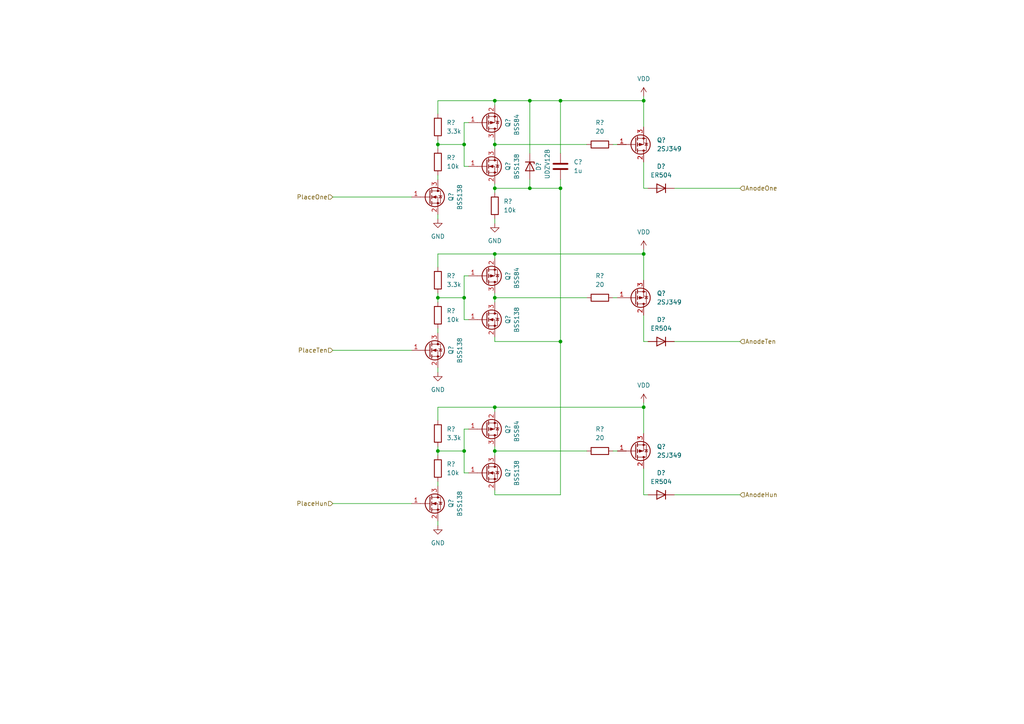
<source format=kicad_sch>
(kicad_sch (version 20211123) (generator eeschema)
  (paper "A4")
  (lib_symbols
    (symbol "Device:C" (pin_numbers hide) (pin_names (offset 0.254))
      (property "Reference" "C" (at 0.635 2.54 0))
      (property "Value" "C" (at 0.635 -2.54 0))
      (symbol "C_0_1"
        (polyline (pts (xy -2.032 -0.762) (xy 2.032 -0.762)) (stroke (width 0.508)))
        (polyline (pts (xy -2.032 0.762) (xy 2.032 0.762)) (stroke (width 0.508)))
      )
      (symbol "C_1_1"
        (pin passive line (at 0 3.81 270) (length 2.794) (name "~") (number "1"))
        (pin passive line (at 0 -3.81 90) (length 2.794) (name "~") (number "2"))
      )
    )
    (symbol "Device:D" (pin_numbers hide) (pin_names (offset 1.016) hide)
      (property "Reference" "D" (at 0 2.54 0))
      (property "Value" "D" (at 0 -2.54 0))
      (symbol "D_0_1"
        (polyline (pts (xy -1.27 1.27) (xy -1.27 -1.27)) (stroke (width 0.254)))
        (polyline (pts (xy 1.27 0) (xy -1.27 0)))
        (polyline (pts (xy 1.27 1.27) (xy 1.27 -1.27) (xy -1.27 0) (xy 1.27 1.27)) (stroke (width 0.254)))
      )
      (symbol "D_1_1"
        (pin passive line (at -3.81 0 0) (length 2.54) (name "K") (number "1"))
        (pin passive line (at 3.81 0 180) (length 2.54) (name "A") (number "2"))
      )
    )
    (symbol "Device:D_Zener" (pin_numbers hide) (pin_names (offset 1.016) hide)
      (property "Reference" "D" (at 0 2.54 0))
      (property "Value" "D_Zener" (at 0 -2.54 0))
      (symbol "D_Zener_0_1"
        (polyline (pts (xy 1.27 0) (xy -1.27 0)))
        (polyline (pts (xy -1.27 -1.27) (xy -1.27 1.27) (xy -0.762 1.27)) (stroke (width 0.254)))
        (polyline (pts (xy 1.27 -1.27) (xy 1.27 1.27) (xy -1.27 0) (xy 1.27 -1.27)) (stroke (width 0.254)))
      )
      (symbol "D_Zener_1_1"
        (pin passive line (at -3.81 0 0) (length 2.54) (name "K") (number "1"))
        (pin passive line (at 3.81 0 180) (length 2.54) (name "A") (number "2"))
      )
    )
    (symbol "Device:Q_NMOS_GSD" (pin_names (offset 0) hide)
      (property "Reference" "Q" (at 5.08 1.27 0))
      (property "Value" "Q_NMOS_GSD" (at 5.08 -1.27 0))
      (symbol "Q_NMOS_GSD_0_1"
        (polyline (pts (xy 0.254 0) (xy -2.54 0)))
        (polyline (pts (xy 0.254 1.905) (xy 0.254 -1.905)) (stroke (width 0.254)))
        (polyline (pts (xy 0.762 -1.27) (xy 0.762 -2.286)) (stroke (width 0.254)))
        (polyline (pts (xy 0.762 0.508) (xy 0.762 -0.508)) (stroke (width 0.254)))
        (polyline (pts (xy 0.762 2.286) (xy 0.762 1.27)) (stroke (width 0.254)))
        (polyline (pts (xy 2.54 2.54) (xy 2.54 1.778)))
        (polyline (pts (xy 2.54 -2.54) (xy 2.54 0) (xy 0.762 0)))
        (polyline (pts (xy 0.762 -1.778) (xy 3.302 -1.778) (xy 3.302 1.778) (xy 0.762 1.778)))
        (polyline (pts (xy 1.016 0) (xy 2.032 0.381) (xy 2.032 -0.381) (xy 1.016 0)) (fill (type outline)))
        (polyline (pts (xy 2.794 0.508) (xy 2.921 0.381) (xy 3.683 0.381) (xy 3.81 0.254)))
        (polyline (pts (xy 3.302 0.381) (xy 2.921 -0.254) (xy 3.683 -0.254) (xy 3.302 0.381)))
        (circle (center 1.651 0) (radius 2.794) (stroke (width 0.254)))
        (circle (center 2.54 -1.778) (radius 0.254) (fill (type outline)))
        (circle (center 2.54 1.778) (radius 0.254) (fill (type outline)))
      )
      (symbol "Q_NMOS_GSD_1_1"
        (pin input line (at -5.08 0 0) (length 2.54) (name "G") (number "1"))
        (pin passive line (at 2.54 -5.08 90) (length 2.54) (name "S") (number "2"))
        (pin passive line (at 2.54 5.08 270) (length 2.54) (name "D") (number "3"))
      )
    )
    (symbol "Device:Q_PMOS_GDS" (pin_names (offset 0) hide)
      (property "Reference" "Q" (at 5.08 1.27 0))
      (property "Value" "Q_PMOS_GDS" (at 5.08 -1.27 0))
      (symbol "Q_PMOS_GDS_0_1"
        (polyline (pts (xy 0.254 0) (xy -2.54 0)))
        (polyline (pts (xy 0.254 1.905) (xy 0.254 -1.905)) (stroke (width 0.254)))
        (polyline (pts (xy 0.762 -1.27) (xy 0.762 -2.286)) (stroke (width 0.254)))
        (polyline (pts (xy 0.762 0.508) (xy 0.762 -0.508)) (stroke (width 0.254)))
        (polyline (pts (xy 0.762 2.286) (xy 0.762 1.27)) (stroke (width 0.254)))
        (polyline (pts (xy 2.54 2.54) (xy 2.54 1.778)))
        (polyline (pts (xy 2.54 -2.54) (xy 2.54 0) (xy 0.762 0)))
        (polyline (pts (xy 0.762 1.778) (xy 3.302 1.778) (xy 3.302 -1.778) (xy 0.762 -1.778)))
        (polyline (pts (xy 2.286 0) (xy 1.27 0.381) (xy 1.27 -0.381) (xy 2.286 0)) (fill (type outline)))
        (polyline (pts (xy 2.794 -0.508) (xy 2.921 -0.381) (xy 3.683 -0.381) (xy 3.81 -0.254)))
        (polyline (pts (xy 3.302 -0.381) (xy 2.921 0.254) (xy 3.683 0.254) (xy 3.302 -0.381)))
        (circle (center 1.651 0) (radius 2.794) (stroke (width 0.254)))
        (circle (center 2.54 -1.778) (radius 0.254) (fill (type outline)))
        (circle (center 2.54 1.778) (radius 0.254) (fill (type outline)))
      )
      (symbol "Q_PMOS_GDS_1_1"
        (pin input line (at -5.08 0 0) (length 2.54) (name "G") (number "1"))
        (pin passive line (at 2.54 5.08 270) (length 2.54) (name "D") (number "2"))
        (pin passive line (at 2.54 -5.08 90) (length 2.54) (name "S") (number "3"))
      )
    )
    (symbol "Device:Q_PMOS_GSD" (pin_names (offset 0) hide)
      (property "Reference" "Q" (at 5.08 1.27 0))
      (property "Value" "Q_PMOS_GSD" (at 5.08 -1.27 0))
      (symbol "Q_PMOS_GSD_0_1"
        (polyline (pts (xy 0.254 0) (xy -2.54 0)))
        (polyline (pts (xy 0.254 1.905) (xy 0.254 -1.905)) (stroke (width 0.254)))
        (polyline (pts (xy 0.762 -1.27) (xy 0.762 -2.286)) (stroke (width 0.254)))
        (polyline (pts (xy 0.762 0.508) (xy 0.762 -0.508)) (stroke (width 0.254)))
        (polyline (pts (xy 0.762 2.286) (xy 0.762 1.27)) (stroke (width 0.254)))
        (polyline (pts (xy 2.54 2.54) (xy 2.54 1.778)))
        (polyline (pts (xy 2.54 -2.54) (xy 2.54 0) (xy 0.762 0)))
        (polyline (pts (xy 0.762 1.778) (xy 3.302 1.778) (xy 3.302 -1.778) (xy 0.762 -1.778)))
        (polyline (pts (xy 2.286 0) (xy 1.27 0.381) (xy 1.27 -0.381) (xy 2.286 0)) (fill (type outline)))
        (polyline (pts (xy 2.794 -0.508) (xy 2.921 -0.381) (xy 3.683 -0.381) (xy 3.81 -0.254)))
        (polyline (pts (xy 3.302 -0.381) (xy 2.921 0.254) (xy 3.683 0.254) (xy 3.302 -0.381)))
        (circle (center 1.651 0) (radius 2.794) (stroke (width 0.254)))
        (circle (center 2.54 -1.778) (radius 0.254) (fill (type outline)))
        (circle (center 2.54 1.778) (radius 0.254) (fill (type outline)))
      )
      (symbol "Q_PMOS_GSD_1_1"
        (pin input line (at -5.08 0 0) (length 2.54) (name "G") (number "1"))
        (pin passive line (at 2.54 -5.08 90) (length 2.54) (name "S") (number "2"))
        (pin passive line (at 2.54 5.08 270) (length 2.54) (name "D") (number "3"))
      )
    )
    (symbol "Device:R" (pin_numbers hide) (pin_names (offset 0))
      (property "Reference" "R" (at 2.032 0 90))
      (property "Value" "R" (at 0 0 90))
      (symbol "R_0_1"
        (rectangle (start -1.016 -2.54) (end 1.016 2.54) (stroke (width 0.254)))
      )
      (symbol "R_1_1"
        (pin passive line (at 0 3.81 270) (length 1.27) (name "~") (number "1"))
        (pin passive line (at 0 -3.81 90) (length 1.27) (name "~") (number "2"))
      )
    )
    (symbol "power:GND" (power) (pin_names (offset 0))
      (property "Value" "GND" (at 0 -3.81 0))
      (symbol "GND_0_1"
        (polyline (pts (xy 0 0) (xy 0 -1.27) (xy 1.27 -1.27) (xy 0 -2.54) (xy -1.27 -1.27) (xy 0 -1.27)))
      )
      (symbol "GND_1_1"
        (pin power_in line (at 0 0 270) (length 0) hide (name "GND") (number "1"))
      )
    )
    (symbol "power:VDD" (power) (pin_names (offset 0))
      (property "Value" "VDD" (at 0 3.81 0))
      (symbol "VDD_0_1"
        (polyline (pts (xy -0.762 1.27) (xy 0 2.54)))
        (polyline (pts (xy 0 0) (xy 0 2.54)))
        (polyline (pts (xy 0 2.54) (xy 0.762 1.27)))
      )
      (symbol "VDD_1_1"
        (pin power_in line (at 0 0 90) (length 0) hide (name "VDD") (number "1"))
      )
    )
  )
  (junction (at 153.67 29.21))
  (junction (at 127 86.36))
  (junction (at 162.56 54.61))
  (junction (at 143.51 41.91))
  (junction (at 143.51 73.66))
  (junction (at 143.51 86.36))
  (junction (at 186.69 118.11))
  (junction (at 186.69 29.21))
  (junction (at 143.51 29.21))
  (junction (at 127 130.81))
  (junction (at 127 41.91))
  (junction (at 134.62 130.81))
  (junction (at 143.51 54.61))
  (junction (at 162.56 99.06))
  (junction (at 143.51 118.11))
  (junction (at 153.67 54.61))
  (junction (at 143.51 130.81))
  (junction (at 134.62 86.36))
  (junction (at 162.56 29.21))
  (junction (at 134.62 41.91))
  (junction (at 186.69 73.66))
  (wire (pts (xy 186.69 99.06) (xy 187.96 99.06)))
  (wire (pts (xy 162.56 54.61) (xy 162.56 52.07)))
  (wire (pts (xy 143.51 86.36) (xy 170.18 86.36)))
  (wire (pts (xy 153.67 52.07) (xy 153.67 54.61)))
  (wire (pts (xy 186.69 72.39) (xy 186.69 73.66)))
  (wire (pts (xy 127 95.25) (xy 127 96.52)))
  (wire (pts (xy 143.51 29.21) (xy 153.67 29.21)))
  (wire (pts (xy 143.51 54.61) (xy 153.67 54.61)))
  (wire (pts (xy 134.62 86.36) (xy 134.62 92.71)))
  (wire (pts (xy 134.62 92.71) (xy 135.89 92.71)))
  (wire (pts (xy 143.51 41.91) (xy 143.51 43.18)))
  (wire (pts (xy 127 106.68) (xy 127 107.95)))
  (wire (pts (xy 153.67 54.61) (xy 162.56 54.61)))
  (wire (pts (xy 186.69 116.84) (xy 186.69 118.11)))
  (wire (pts (xy 195.58 54.61) (xy 214.63 54.61)))
  (wire (pts (xy 162.56 44.45) (xy 162.56 29.21)))
  (wire (pts (xy 162.56 29.21) (xy 186.69 29.21)))
  (wire (pts (xy 96.52 146.05) (xy 119.38 146.05)))
  (wire (pts (xy 186.69 27.94) (xy 186.69 29.21)))
  (wire (pts (xy 143.51 86.36) (xy 143.51 87.63)))
  (wire (pts (xy 127 62.23) (xy 127 63.5)))
  (wire (pts (xy 127 86.36) (xy 134.62 86.36)))
  (wire (pts (xy 143.51 129.54) (xy 143.51 130.81)))
  (wire (pts (xy 186.69 29.21) (xy 186.69 36.83)))
  (wire (pts (xy 127 86.36) (xy 127 87.63)))
  (wire (pts (xy 134.62 41.91) (xy 134.62 48.26)))
  (wire (pts (xy 127 130.81) (xy 127 132.08)))
  (wire (pts (xy 195.58 99.06) (xy 214.63 99.06)))
  (wire (pts (xy 134.62 137.16) (xy 135.89 137.16)))
  (wire (pts (xy 143.51 54.61) (xy 143.51 55.88)))
  (wire (pts (xy 127 139.7) (xy 127 140.97)))
  (wire (pts (xy 143.51 73.66) (xy 186.69 73.66)))
  (wire (pts (xy 134.62 80.01) (xy 134.62 86.36)))
  (wire (pts (xy 143.51 130.81) (xy 143.51 132.08)))
  (wire (pts (xy 143.51 99.06) (xy 162.56 99.06)))
  (wire (pts (xy 127 118.11) (xy 127 121.92)))
  (wire (pts (xy 186.69 46.99) (xy 186.69 54.61)))
  (wire (pts (xy 143.51 63.5) (xy 143.51 64.77)))
  (wire (pts (xy 143.51 142.24) (xy 143.51 143.51)))
  (wire (pts (xy 195.58 143.51) (xy 214.63 143.51)))
  (wire (pts (xy 143.51 73.66) (xy 143.51 74.93)))
  (wire (pts (xy 127 151.13) (xy 127 152.4)))
  (wire (pts (xy 127 129.54) (xy 127 130.81)))
  (wire (pts (xy 143.51 41.91) (xy 170.18 41.91)))
  (wire (pts (xy 143.51 29.21) (xy 143.51 30.48)))
  (wire (pts (xy 186.69 91.44) (xy 186.69 99.06)))
  (wire (pts (xy 143.51 97.79) (xy 143.51 99.06)))
  (wire (pts (xy 143.51 118.11) (xy 143.51 119.38)))
  (wire (pts (xy 177.8 130.81) (xy 179.07 130.81)))
  (wire (pts (xy 143.51 143.51) (xy 162.56 143.51)))
  (wire (pts (xy 143.51 53.34) (xy 143.51 54.61)))
  (wire (pts (xy 153.67 29.21) (xy 153.67 44.45)))
  (wire (pts (xy 127 41.91) (xy 127 43.18)))
  (wire (pts (xy 186.69 54.61) (xy 187.96 54.61)))
  (wire (pts (xy 134.62 48.26) (xy 135.89 48.26)))
  (wire (pts (xy 143.51 118.11) (xy 186.69 118.11)))
  (wire (pts (xy 127 73.66) (xy 127 77.47)))
  (wire (pts (xy 96.52 57.15) (xy 119.38 57.15)))
  (wire (pts (xy 143.51 29.21) (xy 127 29.21)))
  (wire (pts (xy 143.51 40.64) (xy 143.51 41.91)))
  (wire (pts (xy 177.8 86.36) (xy 179.07 86.36)))
  (wire (pts (xy 127 40.64) (xy 127 41.91)))
  (wire (pts (xy 134.62 35.56) (xy 134.62 41.91)))
  (wire (pts (xy 177.8 41.91) (xy 179.07 41.91)))
  (wire (pts (xy 127 50.8) (xy 127 52.07)))
  (wire (pts (xy 127 41.91) (xy 134.62 41.91)))
  (wire (pts (xy 153.67 29.21) (xy 162.56 29.21)))
  (wire (pts (xy 135.89 35.56) (xy 134.62 35.56)))
  (wire (pts (xy 134.62 124.46) (xy 134.62 130.81)))
  (wire (pts (xy 143.51 130.81) (xy 170.18 130.81)))
  (wire (pts (xy 162.56 99.06) (xy 162.56 143.51)))
  (wire (pts (xy 127 85.09) (xy 127 86.36)))
  (wire (pts (xy 143.51 85.09) (xy 143.51 86.36)))
  (wire (pts (xy 135.89 80.01) (xy 134.62 80.01)))
  (wire (pts (xy 134.62 130.81) (xy 134.62 137.16)))
  (wire (pts (xy 96.52 101.6) (xy 119.38 101.6)))
  (wire (pts (xy 186.69 143.51) (xy 187.96 143.51)))
  (wire (pts (xy 135.89 124.46) (xy 134.62 124.46)))
  (wire (pts (xy 127 130.81) (xy 134.62 130.81)))
  (wire (pts (xy 143.51 118.11) (xy 127 118.11)))
  (wire (pts (xy 186.69 73.66) (xy 186.69 81.28)))
  (wire (pts (xy 186.69 118.11) (xy 186.69 125.73)))
  (wire (pts (xy 186.69 135.89) (xy 186.69 143.51)))
  (wire (pts (xy 127 29.21) (xy 127 33.02)))
  (wire (pts (xy 143.51 73.66) (xy 127 73.66)))
  (wire (pts (xy 162.56 54.61) (xy 162.56 99.06)))
  (hierarchical_label "PlaceOne" (shape input) (at 96.52 57.15 180))
  (hierarchical_label "AnodeHun" (shape input) (at 214.63 143.51 0))
  (hierarchical_label "PlaceHun" (shape input) (at 96.52 146.05 180))
  (hierarchical_label "PlaceTen" (shape input) (at 96.52 101.6 180))
  (hierarchical_label "AnodeOne" (shape input) (at 214.63 54.61 0))
  (hierarchical_label "AnodeTen" (shape input) (at 214.63 99.06 0))
  (symbol (lib_id "Device:Q_PMOS_GDS") (at 184.15 86.36 0) (mirror x) (unit 1)
    (property "Reference" "Q?" (at 190.5 85.0899 0) (effects (justify left)))
    (property "Value" "2SJ349" (at 190.5 87.6299 0) (effects (justify left)))
    (property "Footprint" "Package_TO_SOT_THT:TO-220-3_Vertical" (effects hide))
  )
  (symbol (lib_id "Device:R") (at 127 125.73 0) (unit 1)
    (property "Reference" "R?" (at 129.54 124.4599 0) (effects (justify left)))
    (property "Value" "3.3k" (at 129.54 126.9999 0) (effects (justify left)))
    (property "Footprint" "Resistor_SMD:R_0603_1608Metric" (effects hide))
  )
  (symbol (lib_id "Device:D") (at 191.77 99.06 180) (unit 1)
    (property "Reference" "D?" (at 191.77 92.71 0))
    (property "Value" "ER504" (at 191.77 95.25 0))
    (property "Footprint" "Diode_THT:D_DO-27_P5.08mm_Vertical_AnodeUp" (effects hide))
  )
  (symbol (lib_id "Device:R") (at 127 91.44 0) (unit 1)
    (property "Reference" "R?" (at 129.54 90.1699 0) (effects (justify left)))
    (property "Value" "10k" (at 129.54 92.7099 0) (effects (justify left)))
    (property "Footprint" "Resistor_SMD:R_0603_1608Metric" (effects hide))
  )
  (symbol (lib_id "Device:Q_NMOS_GSD") (at 124.46 57.15 0) (unit 1)
    (property "Reference" "Q?" (at 130.81 58.42 90) (effects (justify left)))
    (property "Value" "BSS138" (at 133.35 60.96 90) (effects (justify left)))
    (property "Footprint" "Package_TO_SOT_SMD:SOT-23_Handsoldering" (effects hide))
  )
  (symbol (lib_id "power:GND") (at 127 152.4 0) (unit 1)
    (property "Reference" "#PWR?" (effects hide))
    (property "Value" "GND" (at 127 157.48 0))
  )
  (symbol (lib_id "Device:Q_NMOS_GSD") (at 124.46 146.05 0) (unit 1)
    (property "Reference" "Q?" (at 130.81 147.32 90) (effects (justify left)))
    (property "Value" "BSS138" (at 133.35 149.86 90) (effects (justify left)))
    (property "Footprint" "Package_TO_SOT_SMD:SOT-23_Handsoldering" (effects hide))
  )
  (symbol (lib_id "Device:R") (at 143.51 59.69 0) (unit 1)
    (property "Reference" "R?" (at 146.05 58.4199 0) (effects (justify left)))
    (property "Value" "10k" (at 146.05 60.9599 0) (effects (justify left)))
    (property "Footprint" "Resistor_SMD:R_0603_1608Metric" (effects hide))
  )
  (symbol (lib_id "Device:R") (at 127 36.83 0) (unit 1)
    (property "Reference" "R?" (at 129.54 35.5599 0) (effects (justify left)))
    (property "Value" "3.3k" (at 129.54 38.0999 0) (effects (justify left)))
    (property "Footprint" "Resistor_SMD:R_0603_1608Metric" (effects hide))
  )
  (symbol (lib_id "Device:R") (at 173.99 130.81 90) (unit 1)
    (property "Reference" "R?" (at 173.99 124.46 90))
    (property "Value" "20" (at 173.99 127 90))
    (property "Footprint" "Resistor_SMD:R_0603_1608Metric" (effects hide))
  )
  (symbol (lib_id "Device:D_Zener") (at 153.67 48.26 270) (unit 1)
    (property "Reference" "D?" (at 156.21 46.9899 0) (effects (justify left)))
    (property "Value" "UDZV12B" (at 158.75 43.18 0) (effects (justify left)))
    (property "Footprint" "Diode_SMD:D_TUMD2" (effects hide))
  )
  (symbol (lib_id "Device:R") (at 127 46.99 0) (unit 1)
    (property "Reference" "R?" (at 129.54 45.7199 0) (effects (justify left)))
    (property "Value" "10k" (at 129.54 48.2599 0) (effects (justify left)))
    (property "Footprint" "Resistor_SMD:R_0603_1608Metric" (effects hide))
  )
  (symbol (lib_id "Device:R") (at 173.99 41.91 90) (unit 1)
    (property "Reference" "R?" (at 173.99 35.56 90))
    (property "Value" "20" (at 173.99 38.1 90))
    (property "Footprint" "Resistor_SMD:R_0603_1608Metric" (effects hide))
  )
  (symbol (lib_id "Device:R") (at 127 81.28 0) (unit 1)
    (property "Reference" "R?" (at 129.54 80.0099 0) (effects (justify left)))
    (property "Value" "3.3k" (at 129.54 82.5499 0) (effects (justify left)))
    (property "Footprint" "Resistor_SMD:R_0603_1608Metric" (effects hide))
  )
  (symbol (lib_id "Device:D") (at 191.77 54.61 180) (unit 1)
    (property "Reference" "D?" (at 191.77 48.26 0))
    (property "Value" "ER504" (at 191.77 50.8 0))
    (property "Footprint" "Diode_THT:D_DO-27_P5.08mm_Vertical_AnodeUp" (effects hide))
  )
  (symbol (lib_id "Device:C") (at 162.56 48.26 0) (unit 1)
    (property "Reference" "C?" (at 166.37 46.9899 0) (effects (justify left)))
    (property "Value" "1u" (at 166.37 49.5299 0) (effects (justify left)))
    (property "Footprint" "Capacitor_SMD:C_0603_1608Metric" (effects hide))
  )
  (symbol (lib_id "Device:Q_PMOS_GSD") (at 140.97 80.01 0) (mirror x) (unit 1)
    (property "Reference" "Q?" (at 147.32 78.7399 90) (effects (justify left)))
    (property "Value" "BSS84" (at 149.86 77.47 90) (effects (justify left)))
    (property "Footprint" "Package_TO_SOT_SMD:SOT-23_Handsoldering" (effects hide))
  )
  (symbol (lib_id "power:GND") (at 143.51 64.77 0) (unit 1)
    (property "Reference" "#PWR?" (effects hide))
    (property "Value" "GND" (at 143.51 69.85 0))
  )
  (symbol (lib_id "power:GND") (at 127 107.95 0) (unit 1)
    (property "Reference" "#PWR?" (effects hide))
    (property "Value" "GND" (at 127 113.03 0))
  )
  (symbol (lib_id "Device:Q_PMOS_GSD") (at 140.97 35.56 0) (mirror x) (unit 1)
    (property "Reference" "Q?" (at 147.32 34.2899 90) (effects (justify left)))
    (property "Value" "BSS84" (at 149.86 33.02 90) (effects (justify left)))
    (property "Footprint" "Package_TO_SOT_SMD:SOT-23_Handsoldering" (effects hide))
  )
  (symbol (lib_id "Device:Q_NMOS_GSD") (at 140.97 48.26 0) (unit 1)
    (property "Reference" "Q?" (at 147.32 49.53 90) (effects (justify left)))
    (property "Value" "BSS138" (at 149.86 52.07 90) (effects (justify left)))
    (property "Footprint" "Package_TO_SOT_SMD:SOT-23_Handsoldering" (effects hide))
  )
  (symbol (lib_id "Device:Q_PMOS_GDS") (at 184.15 130.81 0) (mirror x) (unit 1)
    (property "Reference" "Q?" (at 190.5 129.5399 0) (effects (justify left)))
    (property "Value" "2SJ349" (at 190.5 132.0799 0) (effects (justify left)))
    (property "Footprint" "Package_TO_SOT_THT:TO-220-3_Vertical" (effects hide))
  )
  (symbol (lib_id "Device:R") (at 173.99 86.36 90) (unit 1)
    (property "Reference" "R?" (at 173.99 80.01 90))
    (property "Value" "20" (at 173.99 82.55 90))
    (property "Footprint" "Resistor_SMD:R_0603_1608Metric" (effects hide))
  )
  (symbol (lib_id "Device:Q_NMOS_GSD") (at 124.46 101.6 0) (unit 1)
    (property "Reference" "Q?" (at 130.81 102.87 90) (effects (justify left)))
    (property "Value" "BSS138" (at 133.35 105.41 90) (effects (justify left)))
    (property "Footprint" "Package_TO_SOT_SMD:SOT-23_Handsoldering" (effects hide))
  )
  (symbol (lib_id "Device:Q_PMOS_GSD") (at 140.97 124.46 0) (mirror x) (unit 1)
    (property "Reference" "Q?" (at 147.32 123.1899 90) (effects (justify left)))
    (property "Value" "BSS84" (at 149.86 121.92 90) (effects (justify left)))
    (property "Footprint" "Package_TO_SOT_SMD:SOT-23_Handsoldering" (effects hide))
  )
  (symbol (lib_id "Device:D") (at 191.77 143.51 180) (unit 1)
    (property "Reference" "D?" (at 191.77 137.16 0))
    (property "Value" "ER504" (at 191.77 139.7 0))
    (property "Footprint" "Diode_THT:D_DO-27_P5.08mm_Vertical_AnodeUp" (effects hide))
  )
  (symbol (lib_id "Device:Q_NMOS_GSD") (at 140.97 92.71 0) (unit 1)
    (property "Reference" "Q?" (at 147.32 93.98 90) (effects (justify left)))
    (property "Value" "BSS138" (at 149.86 96.52 90) (effects (justify left)))
    (property "Footprint" "Package_TO_SOT_SMD:SOT-23_Handsoldering" (effects hide))
  )
  (symbol (lib_id "power:GND") (at 127 63.5 0) (unit 1)
    (property "Reference" "#PWR?" (effects hide))
    (property "Value" "GND" (at 127 68.58 0))
  )
  (symbol (lib_id "power:VDD") (at 186.69 116.84 0) (unit 1)
    (property "Reference" "#PWR?" (effects hide))
    (property "Value" "VDD" (at 186.69 111.76 0))
  )
  (symbol (lib_id "Device:R") (at 127 135.89 0) (unit 1)
    (property "Reference" "R?" (at 129.54 134.6199 0) (effects (justify left)))
    (property "Value" "10k" (at 129.54 137.1599 0) (effects (justify left)))
    (property "Footprint" "Resistor_SMD:R_0603_1608Metric" (effects hide))
  )
  (symbol (lib_id "power:VDD") (at 186.69 27.94 0) (unit 1)
    (property "Reference" "#PWR?" (effects hide))
    (property "Value" "VDD" (at 186.69 22.86 0))
  )
  (symbol (lib_id "Device:Q_PMOS_GDS") (at 184.15 41.91 0) (mirror x) (unit 1)
    (property "Reference" "Q?" (at 190.5 40.6399 0) (effects (justify left)))
    (property "Value" "2SJ349" (at 190.5 43.1799 0) (effects (justify left)))
    (property "Footprint" "Package_TO_SOT_THT:TO-220-3_Vertical" (effects hide))
  )
  (symbol (lib_id "power:VDD") (at 186.69 72.39 0) (unit 1)
    (property "Reference" "#PWR?" (effects hide))
    (property "Value" "VDD" (at 186.69 67.31 0))
  )
  (symbol (lib_id "Device:Q_NMOS_GSD") (at 140.97 137.16 0) (unit 1)
    (property "Reference" "Q?" (at 147.32 138.43 90) (effects (justify left)))
    (property "Value" "BSS138" (at 149.86 140.97 90) (effects (justify left)))
    (property "Footprint" "Package_TO_SOT_SMD:SOT-23_Handsoldering" (effects hide))
  )
)
</source>
